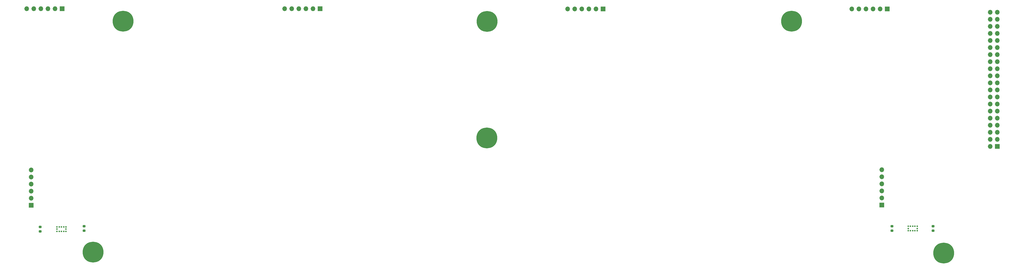
<source format=gbr>
%TF.GenerationSoftware,KiCad,Pcbnew,7.0.10*%
%TF.CreationDate,2024-02-05T00:36:43+00:00*%
%TF.ProjectId,ContactlessPiPoweredDrumkit,436f6e74-6163-4746-9c65-73735069506f,rev?*%
%TF.SameCoordinates,Original*%
%TF.FileFunction,Soldermask,Bot*%
%TF.FilePolarity,Negative*%
%FSLAX46Y46*%
G04 Gerber Fmt 4.6, Leading zero omitted, Abs format (unit mm)*
G04 Created by KiCad (PCBNEW 7.0.10) date 2024-02-05 00:36:43*
%MOMM*%
%LPD*%
G01*
G04 APERTURE LIST*
G04 Aperture macros list*
%AMRoundRect*
0 Rectangle with rounded corners*
0 $1 Rounding radius*
0 $2 $3 $4 $5 $6 $7 $8 $9 X,Y pos of 4 corners*
0 Add a 4 corners polygon primitive as box body*
4,1,4,$2,$3,$4,$5,$6,$7,$8,$9,$2,$3,0*
0 Add four circle primitives for the rounded corners*
1,1,$1+$1,$2,$3*
1,1,$1+$1,$4,$5*
1,1,$1+$1,$6,$7*
1,1,$1+$1,$8,$9*
0 Add four rect primitives between the rounded corners*
20,1,$1+$1,$2,$3,$4,$5,0*
20,1,$1+$1,$4,$5,$6,$7,0*
20,1,$1+$1,$6,$7,$8,$9,0*
20,1,$1+$1,$8,$9,$2,$3,0*%
G04 Aperture macros list end*
%ADD10R,1.700000X1.700000*%
%ADD11O,1.700000X1.700000*%
%ADD12C,4.700000*%
%ADD13C,7.500000*%
%ADD14RoundRect,0.062500X0.127500X0.062500X-0.127500X0.062500X-0.127500X-0.062500X0.127500X-0.062500X0*%
%ADD15RoundRect,0.125000X0.125000X0.125000X-0.125000X0.125000X-0.125000X-0.125000X0.125000X-0.125000X0*%
%ADD16RoundRect,0.225000X0.250000X-0.225000X0.250000X0.225000X-0.250000X0.225000X-0.250000X-0.225000X0*%
%ADD17RoundRect,0.225000X-0.250000X0.225000X-0.250000X-0.225000X0.250000X-0.225000X0.250000X0.225000X0*%
G04 APERTURE END LIST*
D10*
%TO.C,J6*%
X49022000Y-99568000D03*
D11*
X46482000Y-99568000D03*
X43942000Y-99568000D03*
X41402000Y-99568000D03*
X38862000Y-99568000D03*
X36322000Y-99568000D03*
%TD*%
D10*
%TO.C,J3*%
X344780000Y-99593000D03*
D11*
X342240000Y-99593000D03*
X339700000Y-99593000D03*
X337160000Y-99593000D03*
X334620000Y-99593000D03*
X332080000Y-99593000D03*
%TD*%
D12*
%TO.C,H1*%
X60071000Y-187071000D03*
D13*
X60071000Y-187071000D03*
%TD*%
D12*
%TO.C,H3*%
X201295000Y-104140000D03*
D13*
X201295000Y-104140000D03*
%TD*%
D10*
%TO.C,J5*%
X141478000Y-99568000D03*
D11*
X138938000Y-99568000D03*
X136398000Y-99568000D03*
X133858000Y-99568000D03*
X131318000Y-99568000D03*
X128778000Y-99568000D03*
%TD*%
D12*
%TO.C,H4*%
X201218800Y-145999200D03*
D13*
X201218800Y-145999200D03*
%TD*%
D10*
%TO.C,J4*%
X242926000Y-99593000D03*
D11*
X240386000Y-99593000D03*
X237846000Y-99593000D03*
X235306000Y-99593000D03*
X232766000Y-99593000D03*
X230226000Y-99593000D03*
%TD*%
D12*
%TO.C,H5*%
X310489600Y-104038400D03*
D13*
X310489600Y-104038400D03*
%TD*%
D12*
%TO.C,H6*%
X364998000Y-187452000D03*
D13*
X364998000Y-187452000D03*
%TD*%
D12*
%TO.C,H2*%
X70815200Y-104013000D03*
D13*
X70815200Y-104013000D03*
%TD*%
D14*
%TO.C,U6*%
X50508000Y-178141000D03*
D15*
X50368000Y-178016000D03*
X49568000Y-178016000D03*
X48768000Y-178016000D03*
X47968000Y-178016000D03*
X47168000Y-178016000D03*
X47168000Y-178816000D03*
X47168000Y-179616000D03*
X47968000Y-179616000D03*
X48768000Y-179616000D03*
X49568000Y-179616000D03*
X50368000Y-179616000D03*
X50368000Y-178816000D03*
%TD*%
D16*
%TO.C,C10*%
X56896000Y-179350000D03*
X56896000Y-177800000D03*
%TD*%
%TO.C,C3*%
X361188000Y-179350000D03*
X361188000Y-177800000D03*
%TD*%
D17*
%TO.C,C1*%
X346456000Y-179350000D03*
X346456000Y-177800000D03*
%TD*%
%TO.C,C12*%
X41148000Y-178041000D03*
X41148000Y-179591000D03*
%TD*%
D14*
%TO.C,U1*%
X355600000Y-177925000D03*
D15*
X355460000Y-177800000D03*
X354660000Y-177800000D03*
X353860000Y-177800000D03*
X353060000Y-177800000D03*
X352260000Y-177800000D03*
X352260000Y-178600000D03*
X352260000Y-179400000D03*
X353060000Y-179400000D03*
X353860000Y-179400000D03*
X354660000Y-179400000D03*
X355460000Y-179400000D03*
X355460000Y-178600000D03*
%TD*%
D10*
%TO.C,J2*%
X342798400Y-170129200D03*
D11*
X342798400Y-167589200D03*
X342798400Y-165049200D03*
X342798400Y-162509200D03*
X342798400Y-159969200D03*
X342798400Y-157429200D03*
%TD*%
D10*
%TO.C,J7*%
X37947600Y-170230800D03*
D11*
X37947600Y-167690800D03*
X37947600Y-165150800D03*
X37947600Y-162610800D03*
X37947600Y-160070800D03*
X37947600Y-157530800D03*
%TD*%
D10*
%TO.C,J1*%
X384175000Y-149098000D03*
D11*
X381635000Y-149098000D03*
X384175000Y-146558000D03*
X381635000Y-146558000D03*
X384175000Y-144018000D03*
X381635000Y-144018000D03*
X384175000Y-141478000D03*
X381635000Y-141478000D03*
X384175000Y-138938000D03*
X381635000Y-138938000D03*
X384175000Y-136398000D03*
X381635000Y-136398000D03*
X384175000Y-133858000D03*
X381635000Y-133858000D03*
X384175000Y-131318000D03*
X381635000Y-131318000D03*
X384175000Y-128778000D03*
X381635000Y-128778000D03*
X384175000Y-126238000D03*
X381635000Y-126238000D03*
X384175000Y-123698000D03*
X381635000Y-123698000D03*
X384175000Y-121158000D03*
X381635000Y-121158000D03*
X384175000Y-118618000D03*
X381635000Y-118618000D03*
X384175000Y-116078000D03*
X381635000Y-116078000D03*
X384175000Y-113538000D03*
X381635000Y-113538000D03*
X384175000Y-110998000D03*
X381635000Y-110998000D03*
X384175000Y-108458000D03*
X381635000Y-108458000D03*
X384175000Y-105918000D03*
X381635000Y-105918000D03*
X384175000Y-103378000D03*
X381635000Y-103378000D03*
X384175000Y-100838000D03*
X381635000Y-100838000D03*
%TD*%
M02*

</source>
